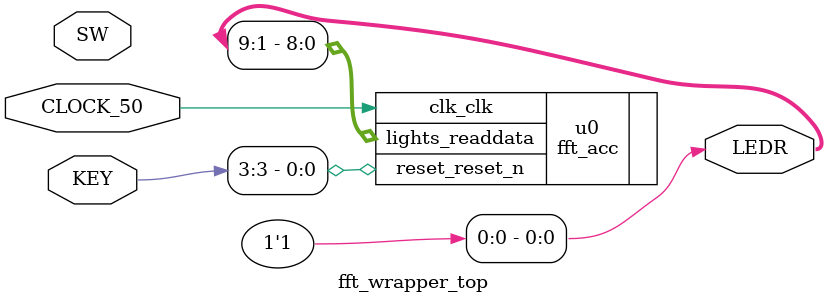
<source format=sv>
module fft_wrapper_top(  input logic CLOCK_50,
    input logic [3:0] KEY, // KEY[3] is async active-low reset
    input logic [9:0] SW,
    output logic [9:0] LEDR);
	 assign LEDR[0] = 10'b1;

	fft_acc u0 (
		.clk_clk       (CLOCK_50),       //   clk.clk
		.reset_reset_n (KEY[3]),   //  reset.reset_n
		.lights_readdata (LEDR[9:1])  // lights.readdata
	);

endmodule 
</source>
